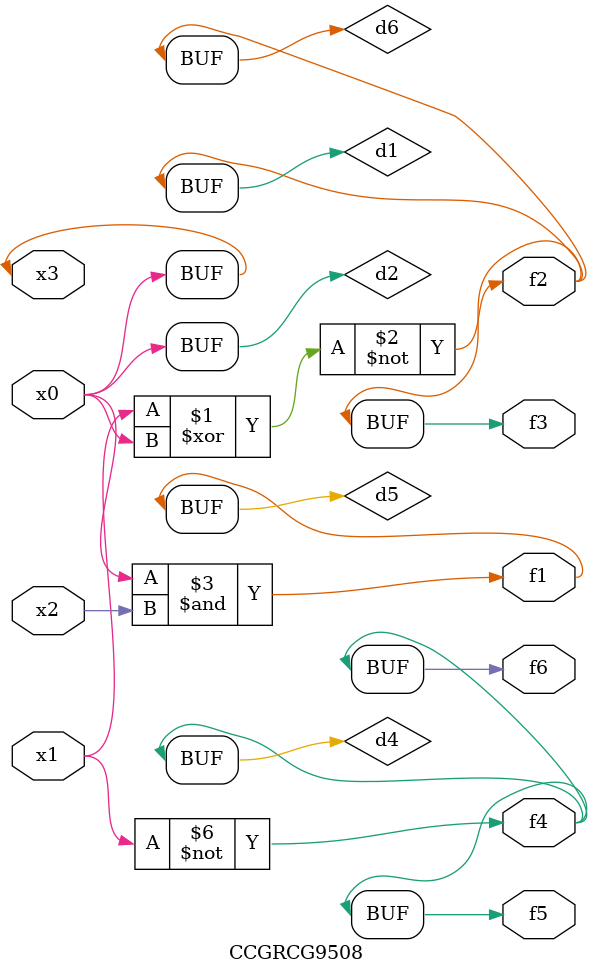
<source format=v>
module CCGRCG9508(
	input x0, x1, x2, x3,
	output f1, f2, f3, f4, f5, f6
);

	wire d1, d2, d3, d4, d5, d6;

	xnor (d1, x1, x3);
	buf (d2, x0, x3);
	nand (d3, x0, x2);
	not (d4, x1);
	nand (d5, d3);
	or (d6, d1);
	assign f1 = d5;
	assign f2 = d6;
	assign f3 = d6;
	assign f4 = d4;
	assign f5 = d4;
	assign f6 = d4;
endmodule

</source>
